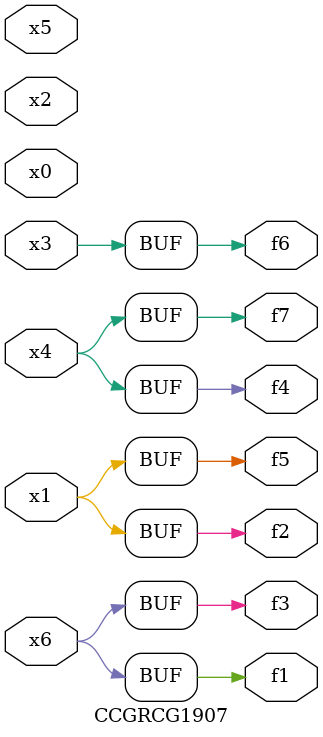
<source format=v>
module CCGRCG1907(
	input x0, x1, x2, x3, x4, x5, x6,
	output f1, f2, f3, f4, f5, f6, f7
);
	assign f1 = x6;
	assign f2 = x1;
	assign f3 = x6;
	assign f4 = x4;
	assign f5 = x1;
	assign f6 = x3;
	assign f7 = x4;
endmodule

</source>
